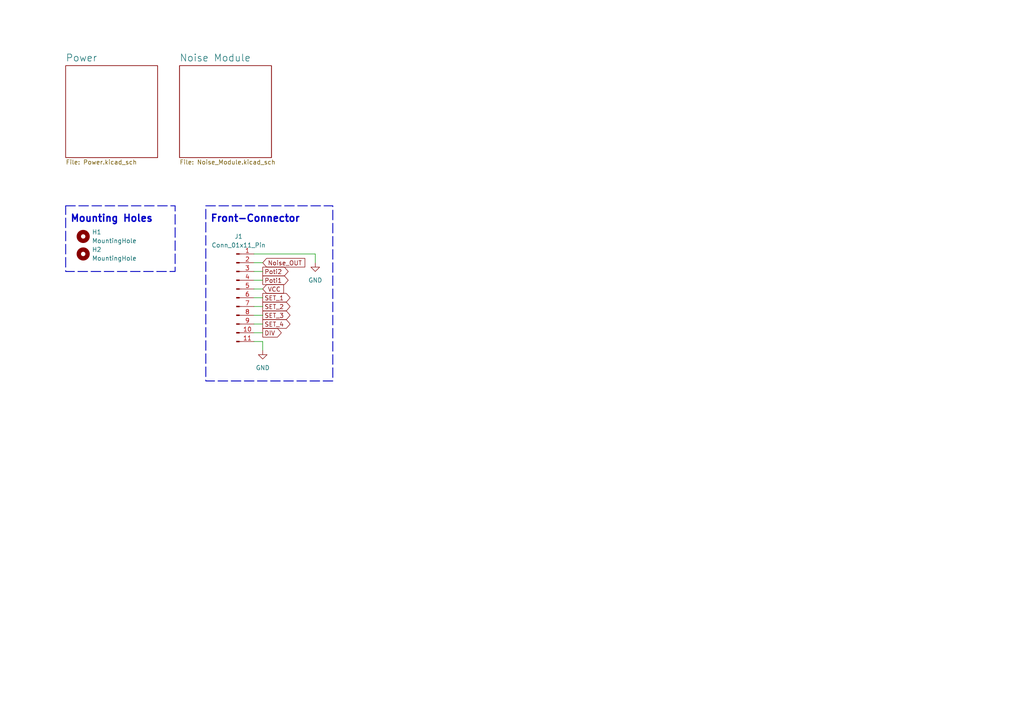
<source format=kicad_sch>
(kicad_sch (version 20231120) (generator "eeschema") (generator_version "8.0")
  (paper "A4")
  (title_block (title "Noise source and frequency filter") (date "11/12/2024") (rev "V1") (company "Alexander Saal"))
  (lib_symbols
    (symbol "Connector:Conn_01x11_Pin" (pin_names (offset 1.016) hide)
      (property "Reference" "J" (at 0 15.24 0))
      (property "Value" "Conn_01x11_Pin" (at 0 -15.24 0))
      (symbol "Conn_01x11_Pin_1_1"
        (polyline (pts (xy 1.27 -12.7) (xy 0.8636 -12.7)) (stroke (width 0.1524)))
        (polyline (pts (xy 1.27 -10.16) (xy 0.8636 -10.16)) (stroke (width 0.1524)))
        (polyline (pts (xy 1.27 -7.62) (xy 0.8636 -7.62)) (stroke (width 0.1524)))
        (polyline (pts (xy 1.27 -5.08) (xy 0.8636 -5.08)) (stroke (width 0.1524)))
        (polyline (pts (xy 1.27 -2.54) (xy 0.8636 -2.54)) (stroke (width 0.1524)))
        (polyline (pts (xy 1.27 0) (xy 0.8636 0)) (stroke (width 0.1524)))
        (polyline (pts (xy 1.27 2.54) (xy 0.8636 2.54)) (stroke (width 0.1524)))
        (polyline (pts (xy 1.27 5.08) (xy 0.8636 5.08)) (stroke (width 0.1524)))
        (polyline (pts (xy 1.27 7.62) (xy 0.8636 7.62)) (stroke (width 0.1524)))
        (polyline (pts (xy 1.27 10.16) (xy 0.8636 10.16)) (stroke (width 0.1524)))
        (polyline (pts (xy 1.27 12.7) (xy 0.8636 12.7)) (stroke (width 0.1524)))
        (rectangle (start 0.8636 -12.573) (end 0 -12.827) (stroke (width 0.1524)) (fill (type outline)))
        (rectangle (start 0.8636 -10.033) (end 0 -10.287) (stroke (width 0.1524)) (fill (type outline)))
        (rectangle (start 0.8636 -7.493) (end 0 -7.747) (stroke (width 0.1524)) (fill (type outline)))
        (rectangle (start 0.8636 -4.953) (end 0 -5.207) (stroke (width 0.1524)) (fill (type outline)))
        (rectangle (start 0.8636 -2.413) (end 0 -2.667) (stroke (width 0.1524)) (fill (type outline)))
        (rectangle (start 0.8636 0.127) (end 0 -0.127) (stroke (width 0.1524)) (fill (type outline)))
        (rectangle (start 0.8636 2.667) (end 0 2.413) (stroke (width 0.1524)) (fill (type outline)))
        (rectangle (start 0.8636 5.207) (end 0 4.953) (stroke (width 0.1524)) (fill (type outline)))
        (rectangle (start 0.8636 7.747) (end 0 7.493) (stroke (width 0.1524)) (fill (type outline)))
        (rectangle (start 0.8636 10.287) (end 0 10.033) (stroke (width 0.1524)) (fill (type outline)))
        (rectangle (start 0.8636 12.827) (end 0 12.573) (stroke (width 0.1524)) (fill (type outline)))
        (pin passive line (at 5.08 12.7 180) (length 3.81) (name "Pin_1") (number "1"))
        (pin passive line (at 5.08 -10.16 180) (length 3.81) (name "Pin_10") (number "10"))
        (pin passive line (at 5.08 -12.7 180) (length 3.81) (name "Pin_11") (number "11"))
        (pin passive line (at 5.08 10.16 180) (length 3.81) (name "Pin_2") (number "2"))
        (pin passive line (at 5.08 7.62 180) (length 3.81) (name "Pin_3") (number "3"))
        (pin passive line (at 5.08 5.08 180) (length 3.81) (name "Pin_4") (number "4"))
        (pin passive line (at 5.08 2.54 180) (length 3.81) (name "Pin_5") (number "5"))
        (pin passive line (at 5.08 0 180) (length 3.81) (name "Pin_6") (number "6"))
        (pin passive line (at 5.08 -2.54 180) (length 3.81) (name "Pin_7") (number "7"))
        (pin passive line (at 5.08 -5.08 180) (length 3.81) (name "Pin_8") (number "8"))
        (pin passive line (at 5.08 -7.62 180) (length 3.81) (name "Pin_9") (number "9"))
      )
    )
    (symbol "Mechanical:MountingHole" (pin_names (offset 1.016)) (exclude_from_sim yes) (in_bom no)
      (property "Reference" "H" (at 0 5.08 0))
      (property "Value" "MountingHole" (at 0 3.175 0))
      (symbol "MountingHole_0_1"
        (circle (center 0 0) (radius 1.27) (stroke (width 1.27)))
      )
    )
    (symbol "power:GND" (power) (pin_numbers hide) (pin_names (offset 0) hide)
      (property "Value" "GND" (at 0 -3.81 0))
      (symbol "GND_0_1"
        (polyline (pts (xy 0 0) (xy 0 -1.27) (xy 1.27 -1.27) (xy 0 -2.54) (xy -1.27 -1.27) (xy 0 -1.27)))
      )
      (symbol "GND_1_1"
        (pin power_in line (at 0 0 270) (length 0) (name "~") (number "1"))
      )
    )
  )
  (wire (pts (xy 73.66 73.66) (xy 91.44 73.66)))
  (wire (pts (xy 73.66 93.98) (xy 76.2 93.98)))
  (wire (pts (xy 73.66 86.36) (xy 76.2 86.36)))
  (wire (pts (xy 73.66 91.44) (xy 76.2 91.44)))
  (wire (pts (xy 73.66 88.9) (xy 76.2 88.9)))
  (wire (pts (xy 76.2 99.06) (xy 76.2 101.6)))
  (wire (pts (xy 73.66 81.28) (xy 76.2 81.28)))
  (wire (pts (xy 73.66 99.06) (xy 76.2 99.06)))
  (wire (pts (xy 91.44 76.2) (xy 91.44 73.66)))
  (wire (pts (xy 73.66 78.74) (xy 76.2 78.74)))
  (wire (pts (xy 73.66 96.52) (xy 76.2 96.52)))
  (wire (pts (xy 73.66 76.2) (xy 76.2 76.2)))
  (wire (pts (xy 73.66 83.82) (xy 76.2 83.82)))
  (rectangle (start 59.69 59.69) (end 96.52 110.49) (stroke (width 0.254) (type dash)))
  (rectangle (start 19.05 59.69) (end 50.8 78.74) (stroke (width 0.254) (type dash)))
  (text "Front-Connector" (at 60.96 63.5 0) (effects (font (size 2.032 2.032) (thickness 0.4064) (bold yes)) (justify left)))
  (text "Mounting Holes" (at 20.32 63.5 0) (effects (font (size 2.032 2.032) (thickness 0.4064) (bold yes)) (justify left)))
  (global_label "SET_2" (shape output) (at 76.2 88.9 0) (property "Intersheetrefs" "${INTERSHEET_REFS}" (effects (hide yes))))
  (global_label "DIV" (shape output) (at 76.2 96.52 0) (property "Intersheetrefs" "${INTERSHEET_REFS}" (effects (hide yes))))
  (global_label "VCC" (shape input) (at 76.2 83.82 0) (property "Intersheetrefs" "${INTERSHEET_REFS}" (effects (hide yes))))
  (global_label "Noise_OUT" (shape input) (at 76.2 76.2 0) (property "Intersheetrefs" "${INTERSHEET_REFS}" (effects (hide yes))))
  (global_label "Poti1" (shape output) (at 76.2 81.28 0) (property "Intersheetrefs" "${INTERSHEET_REFS}" (effects (hide yes))))
  (global_label "SET_1" (shape output) (at 76.2 86.36 0) (property "Intersheetrefs" "${INTERSHEET_REFS}" (effects (hide yes))))
  (global_label "SET_4" (shape output) (at 76.2 93.98 0) (property "Intersheetrefs" "${INTERSHEET_REFS}" (effects (hide yes))))
  (global_label "SET_3" (shape output) (at 76.2 91.44 0) (property "Intersheetrefs" "${INTERSHEET_REFS}" (effects (hide yes))))
  (global_label "Poti2" (shape output) (at 76.2 78.74 0) (property "Intersheetrefs" "${INTERSHEET_REFS}" (effects (hide yes))))
  (symbol (lib_id "Connector:Conn_01x11_Pin") (at 68.58 86.36 0) (unit 1)
    (property "Reference" "J1" (at 69.215 68.58 0))
    (property "Value" "Conn_01x11_Pin" (at 69.215 71.12 0))
    (property "Footprint" "Connector_PinHeader_2.54mm:PinHeader_1x11_P2.54mm_Vertical" (effects (hide yes)))
    (property "Description" "Generic connector, single row, 01x11, script generated" (effects (hide yes)))
  )
  (symbol (lib_id "power:GND") (at 91.44 76.2 0) (unit 1)
    (property "Reference" "#PWR06" (effects (hide yes)))
    (property "Value" "GND" (at 91.44 81.28 0))
    (property "Description" "Power symbol creates a global label with name \"GND\" , ground" (effects (hide yes)))
  )
  (symbol (lib_id "power:GND") (at 76.2 101.6 0) (unit 1)
    (property "Reference" "#PWR012" (effects (hide yes)))
    (property "Value" "GND" (at 76.2 106.68 0))
    (property "Description" "Power symbol creates a global label with name \"GND\" , ground" (effects (hide yes)))
  )
  (symbol (lib_id "Mechanical:MountingHole") (at 24.13 73.66 0) (unit 1) (exclude_from_sim yes) (in_bom no)
    (property "Reference" "H2" (at 26.67 72.3899 0) (effects (justify left)))
    (property "Value" "MountingHole" (at 26.67 74.9299 0) (effects (justify left)))
    (property "Footprint" "MountingHole:MountingHole_3.2mm_M3_DIN965" (effects (hide yes)))
    (property "Description" "Mounting Hole without connection" (effects (hide yes)))
  )
  (symbol (lib_id "Mechanical:MountingHole") (at 24.13 68.58 0) (unit 1) (exclude_from_sim yes) (in_bom no)
    (property "Reference" "H1" (at 26.67 67.3099 0) (effects (justify left)))
    (property "Value" "MountingHole" (at 26.67 69.8499 0) (effects (justify left)))
    (property "Footprint" "MountingHole:MountingHole_3.2mm_M3_DIN965" (effects (hide yes)))
    (property "Description" "Mounting Hole without connection" (effects (hide yes)))
  )
  (sheet (at 52.07 19.05) (size 26.67 26.67) (stroke (width 0.1524))
    (property "Sheetname" "Noise Module" (at 52.07 17.9574 0) (effects (font (size 2.032 2.032)) (justify left bottom)))
    (property "Sheetfile" "Noise_Module.kicad_sch" (at 52.07 46.3046 0) (effects (justify left top)))
  )
  (sheet (at 19.05 19.05) (size 26.67 26.67) (stroke (width 0.1524))
    (property "Sheetname" "Power" (at 19.05 17.9574 0) (effects (font (size 2.032 2.032)) (justify left bottom)))
    (property "Sheetfile" "Power.kicad_sch" (at 19.05 46.3046 0) (effects (justify left top)))
  )
)
</source>
